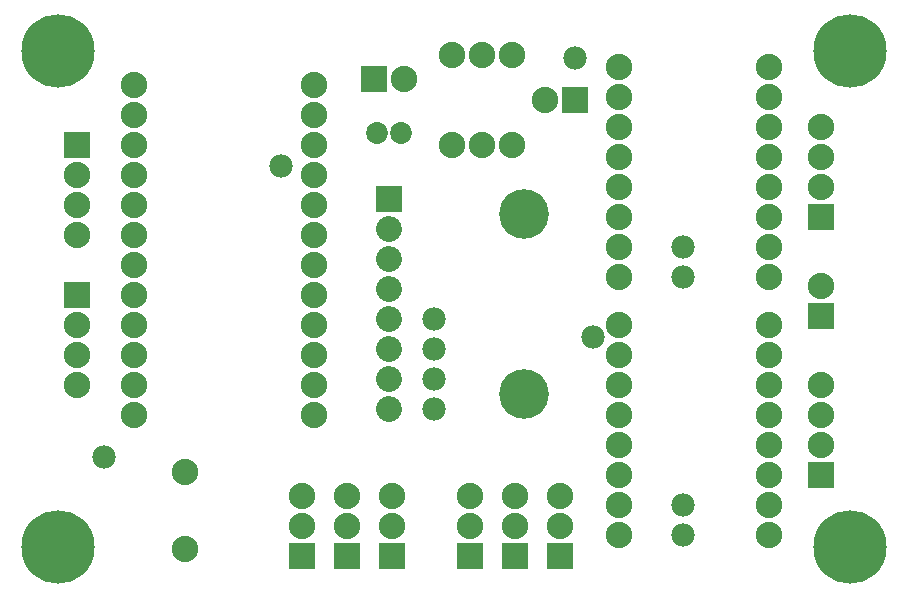
<source format=gbs>
G04 ---------------------------- Layer name :BOTTOM SOLDER LAYER*
G04 easyEDA 0.1*
G04 Scale: 100 percent, Rotated: No, Reflected: No *
G04 Dimensions in inches *
G04 leading zeros omitted , absolute positions ,2 integer and 4 * 
%FSLAX24Y24*%
%MOIN*%
G90*
G70D02*

%ADD11C,0.088000*%
%ADD13C,0.073000*%
%ADD15C,0.078000*%
%ADD17R,0.088000X0.088000*%
%ADD19C,0.165480*%
%ADD21C,0.244220*%

%LPD*%
G54D11*
G01X12600Y12100D02*
G01X12600Y12100D01*
G01X12600Y11100D02*
G01X12600Y11100D01*
G01X12600Y10100D02*
G01X12600Y10100D01*
G01X12600Y9100D02*
G01X12600Y9100D01*
G01X12600Y8100D02*
G01X12600Y8100D01*
G01X12600Y7100D02*
G01X12600Y7100D01*
G01X12600Y6100D02*
G01X12600Y6100D01*
G54D13*
G01X13000Y15300D03*
G01X12211Y15300D03*
G54D15*
G01X9000Y14200D03*
G01X19400Y8500D03*
G01X3100Y4500D03*
G01X18800Y17800D03*
G01X14100Y6100D03*
G01X14100Y7100D03*
G01X14100Y8100D03*
G01X14100Y9100D03*
G01X22400Y11500D03*
G01X22400Y10500D03*
G01X22400Y2900D03*
G01X22400Y1900D03*
G54D17*
G01X12100Y17100D03*
G54D11*
G01X13100Y17100D03*
G54D17*
G01X12700Y1200D03*
G54D11*
G01X12700Y2200D03*
G01X12700Y3200D03*
G54D17*
G01X16800Y1200D03*
G54D11*
G01X16800Y2200D03*
G01X16800Y3200D03*
G54D17*
G01X18300Y1200D03*
G54D11*
G01X18300Y2200D03*
G01X18300Y3200D03*
G01X16700Y14900D03*
G01X16700Y17900D03*
G01X5800Y1419D03*
G01X5800Y3980D03*
G01X14700Y14900D03*
G01X14700Y17900D03*
G01X15700Y17900D03*
G01X15700Y14900D03*
G54D17*
G01X11200Y1200D03*
G54D11*
G01X11200Y2200D03*
G01X11200Y3200D03*
G54D17*
G01X9700Y1200D03*
G54D11*
G01X9700Y2200D03*
G01X9700Y3200D03*
G01X4100Y16900D03*
G01X4100Y15900D03*
G01X4100Y14900D03*
G01X4100Y13900D03*
G01X4100Y12900D03*
G01X4100Y11900D03*
G01X4100Y10900D03*
G01X4100Y9900D03*
G01X4100Y8900D03*
G01X4100Y7900D03*
G01X4100Y6900D03*
G01X4100Y5900D03*
G01X10100Y5900D03*
G01X10100Y6900D03*
G01X10100Y7900D03*
G01X10100Y8900D03*
G01X10100Y9900D03*
G01X10100Y10900D03*
G01X10100Y11900D03*
G01X10100Y12900D03*
G01X10100Y13900D03*
G01X10100Y14900D03*
G01X10100Y15900D03*
G01X10100Y16900D03*
G54D17*
G01X27000Y12500D03*
G54D11*
G01X27000Y13500D03*
G01X27000Y14500D03*
G01X27000Y15500D03*
G54D17*
G01X27000Y3900D03*
G54D11*
G01X27000Y4900D03*
G01X27000Y5900D03*
G01X27000Y6900D03*
G54D17*
G01X2200Y9900D03*
G54D11*
G01X2200Y8900D03*
G01X2200Y7900D03*
G01X2200Y6900D03*
G01X25250Y15500D03*
G01X25250Y16500D03*
G01X25250Y17500D03*
G01X25250Y14500D03*
G01X25250Y13500D03*
G01X25250Y12500D03*
G01X25250Y11500D03*
G01X25250Y10500D03*
G01X20250Y10500D03*
G01X20250Y11500D03*
G01X20250Y12500D03*
G01X20250Y13500D03*
G01X20250Y14500D03*
G01X20250Y15500D03*
G01X20250Y16500D03*
G01X20250Y17500D03*
G01X25250Y6900D03*
G01X25250Y7900D03*
G01X25250Y8900D03*
G01X25250Y5900D03*
G01X25250Y4900D03*
G01X25250Y3900D03*
G01X25250Y2900D03*
G01X25250Y1900D03*
G01X20250Y1900D03*
G01X20250Y2900D03*
G01X20250Y3900D03*
G01X20250Y4900D03*
G01X20250Y5900D03*
G01X20250Y6900D03*
G01X20250Y7900D03*
G01X20250Y8900D03*
G54D17*
G01X12600Y13100D03*
G54D19*
G01X17100Y12600D03*
G01X17100Y6600D03*
G54D17*
G01X18800Y16400D03*
G54D11*
G01X17800Y16400D03*
G54D17*
G01X27000Y9200D03*
G54D11*
G01X27000Y10200D03*
G54D17*
G01X15300Y1200D03*
G54D11*
G01X15300Y2200D03*
G01X15300Y3200D03*
G54D17*
G01X2200Y14900D03*
G54D11*
G01X2200Y13900D03*
G01X2200Y12900D03*
G01X2200Y11900D03*
G54D21*
G01X1575Y18025D03*
G01X27952Y18025D03*
G01X27952Y1490D03*
G01X1575Y1490D03*

M00*
M02*
</source>
